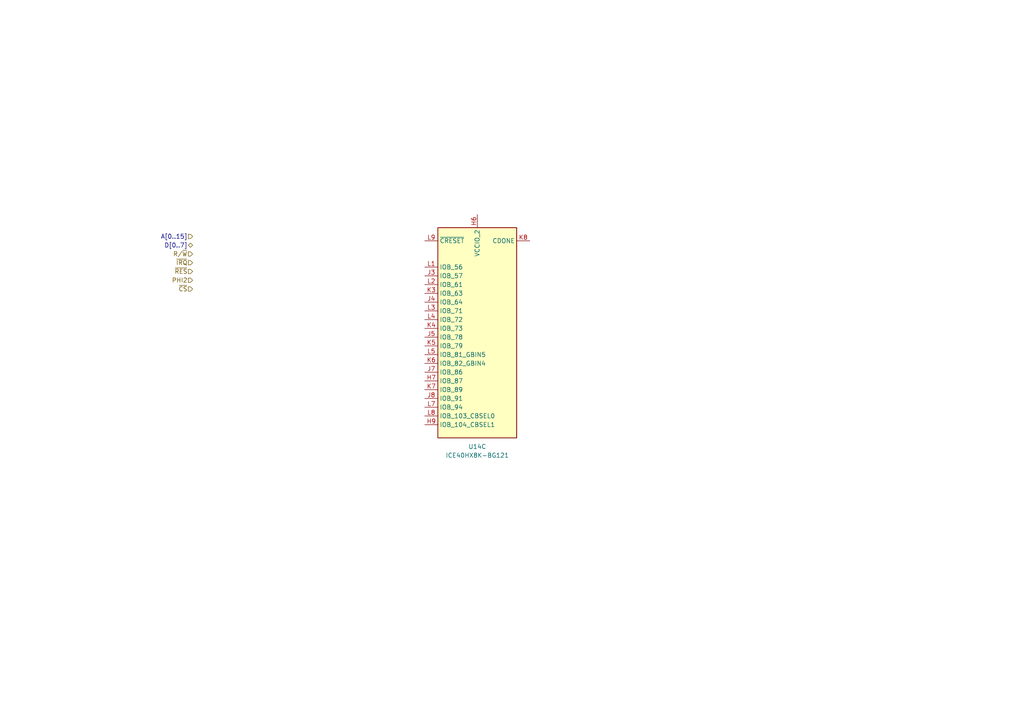
<source format=kicad_sch>
(kicad_sch (version 20230121) (generator eeschema)

  (uuid 5b2c6501-a7c0-4952-888d-7d1304cb8915)

  (paper "A4")

  (lib_symbols
    (symbol "FPGA_Lattice:ICE40HX8K-BG121" (in_bom yes) (on_board yes)
      (property "Reference" "U" (at 2.54 44.45 0)
        (effects (font (size 1.27 1.27)))
      )
      (property "Value" "ICE40HX8K-BG121" (at 10.16 41.91 0)
        (effects (font (size 1.27 1.27)))
      )
      (property "Footprint" "Package_BGA:BGA-121_9.0x9.0mm_Layout11x11_P0.8mm_Ball0.4mm_Pad0.35mm_NSMD" (at 0 -36.83 0)
        (effects (font (size 1.27 1.27)) hide)
      )
      (property "Datasheet" "http://www.latticesemi.com/Products/FPGAandCPLD/iCE40" (at -21.59 25.4 0)
        (effects (font (size 1.27 1.27)) hide)
      )
      (property "ki_locked" "" (at 0 0 0)
        (effects (font (size 1.27 1.27)))
      )
      (property "ki_keywords" "FPGA programmable logic" (at 0 0 0)
        (effects (font (size 1.27 1.27)) hide)
      )
      (property "ki_description" "iCE40 HX FPGA, 7680 LUTs, 1.2V, BGA-121" (at 0 0 0)
        (effects (font (size 1.27 1.27)) hide)
      )
      (property "ki_fp_filters" "BGA*9.0x9.0mm*Layout11x11*P0.8mm*Ball0.4mm*" (at 0 0 0)
        (effects (font (size 1.27 1.27)) hide)
      )
      (symbol "ICE40HX8K-BG121_1_1"
        (rectangle (start -8.89 31.75) (end 8.89 -38.1)
          (stroke (width 0.254) (type default))
          (fill (type background))
        )
        (pin bidirectional line (at -12.7 -35.56 0) (length 3.81)
          (name "IOT_225" (effects (font (size 1.27 1.27))))
          (number "A1" (effects (font (size 1.27 1.27))))
        )
        (pin bidirectional line (at -12.7 17.78 0) (length 3.81)
          (name "IOT_170" (effects (font (size 1.27 1.27))))
          (number "A10" (effects (font (size 1.27 1.27))))
        )
        (pin bidirectional line (at -12.7 20.32 0) (length 3.81)
          (name "IOT_168" (effects (font (size 1.27 1.27))))
          (number "A11" (effects (font (size 1.27 1.27))))
        )
        (pin bidirectional line (at -12.7 -30.48 0) (length 3.81)
          (name "IOT_222" (effects (font (size 1.27 1.27))))
          (number "A2" (effects (font (size 1.27 1.27))))
        )
        (pin bidirectional line (at -12.7 -33.02 0) (length 3.81)
          (name "IOT_223" (effects (font (size 1.27 1.27))))
          (number "A3" (effects (font (size 1.27 1.27))))
        )
        (pin bidirectional line (at -12.7 -20.32 0) (length 3.81)
          (name "IOT_211" (effects (font (size 1.27 1.27))))
          (number "A4" (effects (font (size 1.27 1.27))))
        )
        (pin bidirectional line (at -12.7 -15.24 0) (length 3.81)
          (name "IOT_207" (effects (font (size 1.27 1.27))))
          (number "A5" (effects (font (size 1.27 1.27))))
        )
        (pin bidirectional line (at -12.7 -12.7 0) (length 3.81)
          (name "IOT_206" (effects (font (size 1.27 1.27))))
          (number "A6" (effects (font (size 1.27 1.27))))
        )
        (pin bidirectional line (at -12.7 -5.08 0) (length 3.81)
          (name "IOT_192" (effects (font (size 1.27 1.27))))
          (number "A7" (effects (font (size 1.27 1.27))))
        )
        (pin bidirectional line (at -12.7 0 0) (length 3.81)
          (name "IOT_190" (effects (font (size 1.27 1.27))))
          (number "A8" (effects (font (size 1.27 1.27))))
        )
        (pin bidirectional line (at -12.7 7.62 0) (length 3.81)
          (name "IOT_178" (effects (font (size 1.27 1.27))))
          (number "A9" (effects (font (size 1.27 1.27))))
        )
        (pin bidirectional line (at -12.7 -27.94 0) (length 3.81)
          (name "IOT_221" (effects (font (size 1.27 1.27))))
          (number "B3" (effects (font (size 1.27 1.27))))
        )
        (pin bidirectional line (at -12.7 -25.4 0) (length 3.81)
          (name "IOT_219" (effects (font (size 1.27 1.27))))
          (number "B4" (effects (font (size 1.27 1.27))))
        )
        (pin bidirectional line (at -12.7 -17.78 0) (length 3.81)
          (name "IOT_208" (effects (font (size 1.27 1.27))))
          (number "B5" (effects (font (size 1.27 1.27))))
        )
        (pin bidirectional line (at -12.7 -10.16 0) (length 3.81)
          (name "IOT_198_GBIN0" (effects (font (size 1.27 1.27))))
          (number "B6" (effects (font (size 1.27 1.27))))
        )
        (pin bidirectional line (at -12.7 -7.62 0) (length 3.81)
          (name "IOT_197_GBIN1" (effects (font (size 1.27 1.27))))
          (number "B7" (effects (font (size 1.27 1.27))))
        )
        (pin bidirectional line (at -12.7 10.16 0) (length 3.81)
          (name "IOT_177" (effects (font (size 1.27 1.27))))
          (number "B8" (effects (font (size 1.27 1.27))))
        )
        (pin bidirectional line (at -12.7 12.7 0) (length 3.81)
          (name "IOT_174" (effects (font (size 1.27 1.27))))
          (number "B9" (effects (font (size 1.27 1.27))))
        )
        (pin bidirectional line (at -12.7 -2.54 0) (length 3.81)
          (name "IOT_191" (effects (font (size 1.27 1.27))))
          (number "C7" (effects (font (size 1.27 1.27))))
        )
        (pin bidirectional line (at -12.7 5.08 0) (length 3.81)
          (name "IOT_179" (effects (font (size 1.27 1.27))))
          (number "C8" (effects (font (size 1.27 1.27))))
        )
        (pin bidirectional line (at -12.7 15.24 0) (length 3.81)
          (name "IOT_172" (effects (font (size 1.27 1.27))))
          (number "C9" (effects (font (size 1.27 1.27))))
        )
        (pin bidirectional line (at -12.7 -22.86 0) (length 3.81)
          (name "IOT_212" (effects (font (size 1.27 1.27))))
          (number "D5" (effects (font (size 1.27 1.27))))
        )
        (pin power_in line (at 0 35.56 270) (length 3.81)
          (name "VCCIO_0" (effects (font (size 1.27 1.27))))
          (number "D6" (effects (font (size 1.27 1.27))))
        )
        (pin bidirectional line (at -12.7 2.54 0) (length 3.81)
          (name "IOT_181" (effects (font (size 1.27 1.27))))
          (number "D7" (effects (font (size 1.27 1.27))))
        )
      )
      (symbol "ICE40HX8K-BG121_2_1"
        (rectangle (start -8.89 31.75) (end 8.89 -33.02)
          (stroke (width 0.254) (type default))
          (fill (type background))
        )
        (pin bidirectional line (at -12.7 -30.48 0) (length 3.81)
          (name "IOR_161" (effects (font (size 1.27 1.27))))
          (number "B11" (effects (font (size 1.27 1.27))))
        )
        (pin bidirectional line (at -12.7 -27.94 0) (length 3.81)
          (name "IOR_160" (effects (font (size 1.27 1.27))))
          (number "C11" (effects (font (size 1.27 1.27))))
        )
        (pin bidirectional line (at -12.7 -25.4 0) (length 3.81)
          (name "IOR_154" (effects (font (size 1.27 1.27))))
          (number "D10" (effects (font (size 1.27 1.27))))
        )
        (pin bidirectional line (at -12.7 -22.86 0) (length 3.81)
          (name "IOR_152" (effects (font (size 1.27 1.27))))
          (number "D11" (effects (font (size 1.27 1.27))))
        )
        (pin bidirectional line (at -12.7 -17.78 0) (length 3.81)
          (name "IOR_147" (effects (font (size 1.27 1.27))))
          (number "D9" (effects (font (size 1.27 1.27))))
        )
        (pin bidirectional line (at -12.7 -10.16 0) (length 3.81)
          (name "IOR_141_GBIN2" (effects (font (size 1.27 1.27))))
          (number "E10" (effects (font (size 1.27 1.27))))
        )
        (pin bidirectional line (at -12.7 -20.32 0) (length 3.81)
          (name "IOR_148" (effects (font (size 1.27 1.27))))
          (number "E11" (effects (font (size 1.27 1.27))))
        )
        (pin bidirectional line (at -12.7 -15.24 0) (length 3.81)
          (name "IOR_146" (effects (font (size 1.27 1.27))))
          (number "E8" (effects (font (size 1.27 1.27))))
        )
        (pin bidirectional line (at -12.7 -12.7 0) (length 3.81)
          (name "IOR_144" (effects (font (size 1.27 1.27))))
          (number "E9" (effects (font (size 1.27 1.27))))
        )
        (pin bidirectional line (at -12.7 -2.54 0) (length 3.81)
          (name "IOR_136" (effects (font (size 1.27 1.27))))
          (number "F10" (effects (font (size 1.27 1.27))))
        )
        (pin bidirectional line (at -12.7 -7.62 0) (length 3.81)
          (name "IOR_140_GBIN3" (effects (font (size 1.27 1.27))))
          (number "F11" (effects (font (size 1.27 1.27))))
        )
        (pin power_in line (at 0 35.56 270) (length 3.81)
          (name "VCCIO_1" (effects (font (size 1.27 1.27))))
          (number "F8" (effects (font (size 1.27 1.27))))
        )
        (pin bidirectional line (at -12.7 -5.08 0) (length 3.81)
          (name "IOR_137" (effects (font (size 1.27 1.27))))
          (number "F9" (effects (font (size 1.27 1.27))))
        )
        (pin bidirectional line (at -12.7 5.08 0) (length 3.81)
          (name "IOR_120" (effects (font (size 1.27 1.27))))
          (number "G10" (effects (font (size 1.27 1.27))))
        )
        (pin bidirectional line (at -12.7 0 0) (length 3.81)
          (name "IOR_129" (effects (font (size 1.27 1.27))))
          (number "G11" (effects (font (size 1.27 1.27))))
        )
        (pin bidirectional line (at -12.7 10.16 0) (length 3.81)
          (name "IOR_118" (effects (font (size 1.27 1.27))))
          (number "G8" (effects (font (size 1.27 1.27))))
        )
        (pin bidirectional line (at -12.7 2.54 0) (length 3.81)
          (name "IOR_128" (effects (font (size 1.27 1.27))))
          (number "G9" (effects (font (size 1.27 1.27))))
        )
        (pin bidirectional line (at -12.7 15.24 0) (length 3.81)
          (name "IOR_116" (effects (font (size 1.27 1.27))))
          (number "H10" (effects (font (size 1.27 1.27))))
        )
        (pin bidirectional line (at -12.7 7.62 0) (length 3.81)
          (name "IOR_119" (effects (font (size 1.27 1.27))))
          (number "H11" (effects (font (size 1.27 1.27))))
        )
        (pin bidirectional line (at -12.7 12.7 0) (length 3.81)
          (name "IOR_117" (effects (font (size 1.27 1.27))))
          (number "J10" (effects (font (size 1.27 1.27))))
        )
        (pin bidirectional line (at -12.7 20.32 0) (length 3.81)
          (name "IOR_114" (effects (font (size 1.27 1.27))))
          (number "J11" (effects (font (size 1.27 1.27))))
        )
        (pin bidirectional line (at -12.7 17.78 0) (length 3.81)
          (name "IOR_115" (effects (font (size 1.27 1.27))))
          (number "K11" (effects (font (size 1.27 1.27))))
        )
      )
      (symbol "ICE40HX8K-BG121_3_1"
        (rectangle (start -11.43 29.21) (end 11.43 -31.75)
          (stroke (width 0.254) (type default))
          (fill (type background))
        )
        (pin power_in line (at 0 33.02 270) (length 3.81)
          (name "VCCIO_2" (effects (font (size 1.27 1.27))))
          (number "H6" (effects (font (size 1.27 1.27))))
        )
        (pin bidirectional line (at -15.24 -15.24 0) (length 3.81)
          (name "IOB_87" (effects (font (size 1.27 1.27))))
          (number "H7" (effects (font (size 1.27 1.27))))
        )
        (pin bidirectional line (at -15.24 -27.94 0) (length 3.81)
          (name "IOB_104_CBSEL1" (effects (font (size 1.27 1.27))))
          (number "H9" (effects (font (size 1.27 1.27))))
        )
        (pin bidirectional line (at -15.24 15.24 0) (length 3.81)
          (name "IOB_57" (effects (font (size 1.27 1.27))))
          (number "J3" (effects (font (size 1.27 1.27))))
        )
        (pin bidirectional line (at -15.24 7.62 0) (length 3.81)
          (name "IOB_64" (effects (font (size 1.27 1.27))))
          (number "J4" (effects (font (size 1.27 1.27))))
        )
        (pin bidirectional line (at -15.24 -2.54 0) (length 3.81)
          (name "IOB_78" (effects (font (size 1.27 1.27))))
          (number "J5" (effects (font (size 1.27 1.27))))
        )
        (pin bidirectional line (at -15.24 -12.7 0) (length 3.81)
          (name "IOB_86" (effects (font (size 1.27 1.27))))
          (number "J7" (effects (font (size 1.27 1.27))))
        )
        (pin bidirectional line (at -15.24 -20.32 0) (length 3.81)
          (name "IOB_91" (effects (font (size 1.27 1.27))))
          (number "J8" (effects (font (size 1.27 1.27))))
        )
        (pin bidirectional line (at -15.24 10.16 0) (length 3.81)
          (name "IOB_63" (effects (font (size 1.27 1.27))))
          (number "K3" (effects (font (size 1.27 1.27))))
        )
        (pin bidirectional line (at -15.24 0 0) (length 3.81)
          (name "IOB_73" (effects (font (size 1.27 1.27))))
          (number "K4" (effects (font (size 1.27 1.27))))
        )
        (pin bidirectional line (at -15.24 -5.08 0) (length 3.81)
          (name "IOB_79" (effects (font (size 1.27 1.27))))
          (number "K5" (effects (font (size 1.27 1.27))))
        )
        (pin bidirectional line (at -15.24 -10.16 0) (length 3.81)
          (name "IOB_82_GBIN4" (effects (font (size 1.27 1.27))))
          (number "K6" (effects (font (size 1.27 1.27))))
        )
        (pin bidirectional line (at -15.24 -17.78 0) (length 3.81)
          (name "IOB_89" (effects (font (size 1.27 1.27))))
          (number "K7" (effects (font (size 1.27 1.27))))
        )
        (pin open_collector line (at 15.24 25.4 180) (length 3.81)
          (name "CDONE" (effects (font (size 1.27 1.27))))
          (number "K8" (effects (font (size 1.27 1.27))))
        )
        (pin bidirectional line (at -15.24 17.78 0) (length 3.81)
          (name "IOB_56" (effects (font (size 1.27 1.27))))
          (number "L1" (effects (font (size 1.27 1.27))))
        )
        (pin bidirectional line (at -15.24 12.7 0) (length 3.81)
          (name "IOB_61" (effects (font (size 1.27 1.27))))
          (number "L2" (effects (font (size 1.27 1.27))))
        )
        (pin bidirectional line (at -15.24 5.08 0) (length 3.81)
          (name "IOB_71" (effects (font (size 1.27 1.27))))
          (number "L3" (effects (font (size 1.27 1.27))))
        )
        (pin bidirectional line (at -15.24 2.54 0) (length 3.81)
          (name "IOB_72" (effects (font (size 1.27 1.27))))
          (number "L4" (effects (font (size 1.27 1.27))))
        )
        (pin bidirectional line (at -15.24 -7.62 0) (length 3.81)
          (name "IOB_81_GBIN5" (effects (font (size 1.27 1.27))))
          (number "L5" (effects (font (size 1.27 1.27))))
        )
        (pin bidirectional line (at -15.24 -22.86 0) (length 3.81)
          (name "IOB_94" (effects (font (size 1.27 1.27))))
          (number "L7" (effects (font (size 1.27 1.27))))
        )
        (pin bidirectional line (at -15.24 -25.4 0) (length 3.81)
          (name "IOB_103_CBSEL0" (effects (font (size 1.27 1.27))))
          (number "L8" (effects (font (size 1.27 1.27))))
        )
        (pin input line (at -15.24 25.4 0) (length 3.81)
          (name "~{CRESET}" (effects (font (size 1.27 1.27))))
          (number "L9" (effects (font (size 1.27 1.27))))
        )
      )
      (symbol "ICE40HX8K-BG121_4_1"
        (rectangle (start -8.89 39.37) (end 8.89 -39.37)
          (stroke (width 0.254) (type default))
          (fill (type background))
        )
        (pin bidirectional line (at -12.7 27.94 0) (length 3.81)
          (name "IOL_2A" (effects (font (size 1.27 1.27))))
          (number "B1" (effects (font (size 1.27 1.27))))
        )
        (pin bidirectional line (at -12.7 25.4 0) (length 3.81)
          (name "IOL_2B" (effects (font (size 1.27 1.27))))
          (number "B2" (effects (font (size 1.27 1.27))))
        )
        (pin bidirectional line (at -12.7 15.24 0) (length 3.81)
          (name "IOL_5B" (effects (font (size 1.27 1.27))))
          (number "C1" (effects (font (size 1.27 1.27))))
        )
        (pin bidirectional line (at -12.7 17.78 0) (length 3.81)
          (name "IOL_5A" (effects (font (size 1.27 1.27))))
          (number "C2" (effects (font (size 1.27 1.27))))
        )
        (pin bidirectional line (at -12.7 20.32 0) (length 3.81)
          (name "IOL_4B" (effects (font (size 1.27 1.27))))
          (number "C3" (effects (font (size 1.27 1.27))))
        )
        (pin bidirectional line (at -12.7 22.86 0) (length 3.81)
          (name "IOL_4A" (effects (font (size 1.27 1.27))))
          (number "C4" (effects (font (size 1.27 1.27))))
        )
        (pin bidirectional line (at -12.7 10.16 0) (length 3.81)
          (name "IOL_8B" (effects (font (size 1.27 1.27))))
          (number "D1" (effects (font (size 1.27 1.27))))
        )
        (pin bidirectional line (at -12.7 7.62 0) (length 3.81)
          (name "IOL_9A" (effects (font (size 1.27 1.27))))
          (number "D2" (effects (font (size 1.27 1.27))))
        )
        (pin bidirectional line (at -12.7 5.08 0) (length 3.81)
          (name "IOL_9B" (effects (font (size 1.27 1.27))))
          (number "D3" (effects (font (size 1.27 1.27))))
        )
        (pin bidirectional line (at -12.7 12.7 0) (length 3.81)
          (name "IOL_8A" (effects (font (size 1.27 1.27))))
          (number "E1" (effects (font (size 1.27 1.27))))
        )
        (pin bidirectional line (at -12.7 2.54 0) (length 3.81)
          (name "IOL_10A" (effects (font (size 1.27 1.27))))
          (number "E2" (effects (font (size 1.27 1.27))))
        )
        (pin bidirectional line (at -12.7 0 0) (length 3.81)
          (name "IOL_10B" (effects (font (size 1.27 1.27))))
          (number "E3" (effects (font (size 1.27 1.27))))
        )
        (pin power_in line (at 0 43.18 270) (length 3.81)
          (name "VCCIO_3" (effects (font (size 1.27 1.27))))
          (number "E4" (effects (font (size 1.27 1.27))))
        )
        (pin bidirectional line (at -12.7 -2.54 0) (length 3.81)
          (name "IOL_12A" (effects (font (size 1.27 1.27))))
          (number "F1" (effects (font (size 1.27 1.27))))
        )
        (pin bidirectional line (at -12.7 -5.08 0) (length 3.81)
          (name "IOL_12B" (effects (font (size 1.27 1.27))))
          (number "F2" (effects (font (size 1.27 1.27))))
        )
        (pin bidirectional line (at -12.7 -10.16 0) (length 3.81)
          (name "IOL_13B_GBIN7" (effects (font (size 1.27 1.27))))
          (number "F3" (effects (font (size 1.27 1.27))))
        )
        (pin bidirectional line (at -12.7 -7.62 0) (length 3.81)
          (name "IOL_13A" (effects (font (size 1.27 1.27))))
          (number "F4" (effects (font (size 1.27 1.27))))
        )
        (pin bidirectional line (at -12.7 -12.7 0) (length 3.81)
          (name "IOL_14A_GBIN6" (effects (font (size 1.27 1.27))))
          (number "G1" (effects (font (size 1.27 1.27))))
        )
        (pin bidirectional line (at -12.7 -15.24 0) (length 3.81)
          (name "IOL_14B" (effects (font (size 1.27 1.27))))
          (number "G2" (effects (font (size 1.27 1.27))))
        )
        (pin bidirectional line (at -12.7 -17.78 0) (length 3.81)
          (name "IOL_17A" (effects (font (size 1.27 1.27))))
          (number "G3" (effects (font (size 1.27 1.27))))
        )
        (pin passive line (at 0 43.18 270) (length 3.81) hide
          (name "VCCIO_3" (effects (font (size 1.27 1.27))))
          (number "G4" (effects (font (size 1.27 1.27))))
        )
        (pin bidirectional line (at -12.7 -22.86 0) (length 3.81)
          (name "IOL_18A" (effects (font (size 1.27 1.27))))
          (number "H1" (effects (font (size 1.27 1.27))))
        )
        (pin bidirectional line (at -12.7 -25.4 0) (length 3.81)
          (name "IOL_18B" (effects (font (size 1.27 1.27))))
          (number "H2" (effects (font (size 1.27 1.27))))
        )
        (pin bidirectional line (at -12.7 -20.32 0) (length 3.81)
          (name "IOL_17B" (effects (font (size 1.27 1.27))))
          (number "H3" (effects (font (size 1.27 1.27))))
        )
        (pin bidirectional line (at -12.7 -27.94 0) (length 3.81)
          (name "IOL_23A" (effects (font (size 1.27 1.27))))
          (number "J1" (effects (font (size 1.27 1.27))))
        )
        (pin bidirectional line (at -12.7 -35.56 0) (length 3.81)
          (name "IOL_25B" (effects (font (size 1.27 1.27))))
          (number "J2" (effects (font (size 1.27 1.27))))
        )
        (pin bidirectional line (at -12.7 -30.48 0) (length 3.81)
          (name "IOL_23B" (effects (font (size 1.27 1.27))))
          (number "K1" (effects (font (size 1.27 1.27))))
        )
        (pin bidirectional line (at -12.7 -33.02 0) (length 3.81)
          (name "IOL_25A" (effects (font (size 1.27 1.27))))
          (number "K2" (effects (font (size 1.27 1.27))))
        )
      )
      (symbol "ICE40HX8K-BG121_5_1"
        (rectangle (start -11.43 13.97) (end 11.43 -13.97)
          (stroke (width 0.254) (type default))
          (fill (type background))
        )
        (pin power_in line (at -2.54 17.78 270) (length 3.81)
          (name "VPP_FAST" (effects (font (size 1.27 1.27))))
          (number "B10" (effects (font (size 1.27 1.27))))
        )
        (pin power_in line (at 0 17.78 270) (length 3.81)
          (name "VPP_2V5" (effects (font (size 1.27 1.27))))
          (number "C10" (effects (font (size 1.27 1.27))))
        )
        (pin power_in line (at 15.24 -10.16 180) (length 3.81)
          (name "GNDPLL1" (effects (font (size 1.27 1.27))))
          (number "C5" (effects (font (size 1.27 1.27))))
        )
        (pin power_in line (at 15.24 -2.54 180) (length 3.81)
          (name "VCCPLL1" (effects (font (size 1.27 1.27))))
          (number "C6" (effects (font (size 1.27 1.27))))
        )
        (pin passive line (at 2.54 17.78 270) (length 3.81) hide
          (name "VCC" (effects (font (size 1.27 1.27))))
          (number "D4" (effects (font (size 1.27 1.27))))
        )
        (pin power_in line (at 2.54 17.78 270) (length 3.81)
          (name "VCC" (effects (font (size 1.27 1.27))))
          (number "D8" (effects (font (size 1.27 1.27))))
        )
        (pin power_in line (at -7.62 -17.78 90) (length 3.81)
          (name "GND" (effects (font (size 1.27 1.27))))
          (number "E5" (effects (font (size 1.27 1.27))))
        )
        (pin passive line (at -7.62 -17.78 90) (length 3.81) hide
          (name "GND" (effects (font (size 1.27 1.27))))
          (number "E6" (effects (font (size 1.27 1.27))))
        )
        (pin passive line (at -7.62 -17.78 90) (length 3.81) hide
          (name "GND" (effects (font (size 1.27 1.27))))
          (number "E7" (effects (font (size 1.27 1.27))))
        )
        (pin passive line (at -7.62 -17.78 90) (length 3.81) hide
          (name "GND" (effects (font (size 1.27 1.27))))
          (number "F5" (effects (font (size 1.27 1.27))))
        )
        (pin passive line (at -7.62 -17.78 90) (length 3.81) hide
          (name "GND" (effects (font (size 1.27 1.27))))
          (number "F6" (effects (font (size 1.27 1.27))))
        )
        (pin passive line (at -7.62 -17.78 90) (length 3.81) hide
          (name "GND" (effects (font (size 1.27 1.27))))
          (number "F7" (effects (font (size 1.27 1.27))))
        )
        (pin passive line (at -7.62 -17.78 90) (length 3.81) hide
          (name "GND" (effects (font (size 1.27 1.27))))
          (number "G5" (effects (font (size 1.27 1.27))))
        )
        (pin passive line (at -7.62 -17.78 90) (length 3.81) hide
          (name "GND" (effects (font (size 1.27 1.27))))
          (number "G6" (effects (font (size 1.27 1.27))))
        )
        (pin passive line (at -7.62 -17.78 90) (length 3.81) hide
          (name "GND" (effects (font (size 1.27 1.27))))
          (number "G7" (effects (font (size 1.27 1.27))))
        )
        (pin passive line (at 2.54 17.78 270) (length 3.81) hide
          (name "VCC" (effects (font (size 1.27 1.27))))
          (number "H4" (effects (font (size 1.27 1.27))))
        )
        (pin passive line (at -7.62 -17.78 90) (length 3.81) hide
          (name "GND" (effects (font (size 1.27 1.27))))
          (number "H5" (effects (font (size 1.27 1.27))))
        )
        (pin passive line (at 2.54 17.78 270) (length 3.81) hide
          (name "VCC" (effects (font (size 1.27 1.27))))
          (number "H8" (effects (font (size 1.27 1.27))))
        )
        (pin power_in line (at 15.24 7.62 180) (length 3.81)
          (name "VCCPLL0" (effects (font (size 1.27 1.27))))
          (number "J6" (effects (font (size 1.27 1.27))))
        )
        (pin bidirectional line (at -15.24 0 0) (length 3.81)
          (name "IOB_106_SDI" (effects (font (size 1.27 1.27))))
          (number "J9" (effects (font (size 1.27 1.27))))
        )
        (pin bidirectional line (at -15.24 -5.08 0) (length 3.81)
          (name "IOB_108_SS" (effects (font (size 1.27 1.27))))
          (number "K10" (effects (font (size 1.27 1.27))))
        )
        (pin bidirectional line (at -15.24 2.54 0) (length 3.81)
          (name "IOB_105_SDO" (effects (font (size 1.27 1.27))))
          (number "K9" (effects (font (size 1.27 1.27))))
        )
        (pin bidirectional line (at -15.24 -2.54 0) (length 3.81)
          (name "IOB_107_SCK" (effects (font (size 1.27 1.27))))
          (number "L10" (effects (font (size 1.27 1.27))))
        )
        (pin power_in line (at -7.62 17.78 270) (length 3.81)
          (name "VCC_SPI" (effects (font (size 1.27 1.27))))
          (number "L11" (effects (font (size 1.27 1.27))))
        )
        (pin power_in line (at 15.24 0 180) (length 3.81)
          (name "GNDPLL0" (effects (font (size 1.27 1.27))))
          (number "L6" (effects (font (size 1.27 1.27))))
        )
      )
    )
  )


  (hierarchical_label "D[0..7]" (shape bidirectional) (at 55.88 71.12 180) (fields_autoplaced)
    (effects (font (size 1.27 1.27)) (justify right))
    (uuid 4ccdd1ca-7cbf-422a-b337-c6293be13730)
  )
  (hierarchical_label "~{RES}" (shape input) (at 55.88 78.74 180) (fields_autoplaced)
    (effects (font (size 1.27 1.27)) (justify right))
    (uuid 920d3798-12fa-4dae-8459-96ae527fe4b7)
  )
  (hierarchical_label "R{slash}~{W}" (shape input) (at 55.88 73.66 180) (fields_autoplaced)
    (effects (font (size 1.27 1.27)) (justify right))
    (uuid be442bd6-24f8-42da-8557-611997716a3d)
  )
  (hierarchical_label "~{IRQ}" (shape input) (at 55.88 76.2 180) (fields_autoplaced)
    (effects (font (size 1.27 1.27)) (justify right))
    (uuid cbb81474-f1f6-464f-be3b-2f7a4ecdd3ba)
  )
  (hierarchical_label "A[0..15]" (shape input) (at 55.88 68.58 180) (fields_autoplaced)
    (effects (font (size 1.27 1.27)) (justify right))
    (uuid d75ed985-6e23-4636-a45a-2bd4cc58cdb7)
  )
  (hierarchical_label "PHI2" (shape input) (at 55.88 81.28 180) (fields_autoplaced)
    (effects (font (size 1.27 1.27)) (justify right))
    (uuid e3c1c70b-5120-41af-894b-fe2755df41dc)
  )
  (hierarchical_label "~{CS}" (shape input) (at 55.88 83.82 180) (fields_autoplaced)
    (effects (font (size 1.27 1.27)) (justify right))
    (uuid ee74597e-4fcc-471a-bcfb-4c93194dee4f)
  )

  (symbol (lib_id "FPGA_Lattice:ICE40HX8K-BG121") (at 138.43 95.25 0) (unit 3)
    (in_bom yes) (on_board yes) (dnp no) (fields_autoplaced)
    (uuid aafac19e-da05-4f16-b99a-0fb5cf390af4)
    (property "Reference" "U14" (at 138.43 129.54 0)
      (effects (font (size 1.27 1.27)))
    )
    (property "Value" "ICE40HX8K-BG121" (at 138.43 132.08 0)
      (effects (font (size 1.27 1.27)))
    )
    (property "Footprint" "Package_BGA:BGA-121_9.0x9.0mm_Layout11x11_P0.8mm_Ball0.4mm_Pad0.35mm_NSMD" (at 138.43 132.08 0)
      (effects (font (size 1.27 1.27)) hide)
    )
    (property "Datasheet" "http://www.latticesemi.com/Products/FPGAandCPLD/iCE40" (at 116.84 69.85 0)
      (effects (font (size 1.27 1.27)) hide)
    )
    (pin "G9" (uuid f8841a50-360a-4c6c-a923-bb75b1e8dc0b))
    (pin "L3" (uuid 393c67e8-8998-4b47-a092-07644eb00763))
    (pin "L4" (uuid 48a49458-9ada-4a29-90e9-551c1a8fb887))
    (pin "A6" (uuid 5f137707-291e-4e94-99ff-fc217aa0abba))
    (pin "B3" (uuid 00285d0f-02d8-4582-a388-31a1459eff62))
    (pin "C9" (uuid f6cc5180-8500-4c01-8f32-cd83f0ae9f99))
    (pin "A11" (uuid 3a6ad25f-5b0f-40f0-8d6f-df4997e6e487))
    (pin "A8" (uuid 27585478-c917-4794-bb55-8d43b3b620fc))
    (pin "D11" (uuid c988ed88-0068-49af-ab11-156b57c5b5a2))
    (pin "A9" (uuid e10615ec-e774-4b19-89a2-859ce1261ab3))
    (pin "E11" (uuid 1a73b3bb-da61-4f9f-8c9e-1c7724e7a010))
    (pin "E9" (uuid 348906d3-62ef-4144-8ce2-9be98e3d485f))
    (pin "F10" (uuid e9d62568-ef8b-4f62-9620-fbfb8425d160))
    (pin "B8" (uuid 30e9da11-a23c-40dc-b4bc-5d99624423d1))
    (pin "B6" (uuid 0a098473-5f33-46c6-926f-891b2c42b345))
    (pin "G11" (uuid b2547c75-3efd-496e-9e5c-dae668aaa058))
    (pin "B9" (uuid e751a5c8-45bc-4045-b3ce-a1a62f092f92))
    (pin "J11" (uuid b9a68a35-0f11-4343-9f39-d9e554e3befe))
    (pin "K11" (uuid 40b38458-b01f-4396-b3c4-335be8c5c615))
    (pin "A3" (uuid e6b6aceb-85a5-4fdb-a3e9-d243f5ee8d20))
    (pin "D5" (uuid 7eccd745-fc74-4166-b07c-4c6009ba5802))
    (pin "H9" (uuid b9a1320e-9634-4762-bce6-b1c8d4b233c7))
    (pin "C8" (uuid 63fdd033-f2e7-44ee-99f2-294bf6852f76))
    (pin "B7" (uuid 8fa9d97a-5f55-4c98-a4fd-78c0e79676b6))
    (pin "J7" (uuid f4afefc1-8d31-4f45-8692-7465e90d992e))
    (pin "J8" (uuid 4417a300-429e-4321-a8ee-4641d2106401))
    (pin "A10" (uuid 544e2569-b1f6-4a14-8965-f5417c3258a3))
    (pin "C11" (uuid 51dc234f-dbc4-4c9f-9ea9-f73ef6afb39e))
    (pin "D9" (uuid ced18ee6-7e1d-4002-a58c-4682562011e4))
    (pin "B11" (uuid 567b396e-bea4-425d-8441-59e420c6c859))
    (pin "A1" (uuid c486e4fc-9222-4f36-b351-e7fc204b17a3))
    (pin "A4" (uuid 74e4b802-01f7-4475-8f36-690ac2a2f1be))
    (pin "G8" (uuid d51b0192-5e4e-426b-8f38-95b77e3387b5))
    (pin "D10" (uuid 573b5e35-13ed-4b80-9253-0209e52f9df8))
    (pin "J3" (uuid 50a04c1b-a718-44f0-a3f2-9d198b1c3d1d))
    (pin "B5" (uuid ff5d98a7-45f9-4445-b4cc-16984b125db0))
    (pin "J10" (uuid 09ec99dc-ea10-44a8-98e5-0f71418bdc9f))
    (pin "K3" (uuid cba1ae84-d55b-4142-b1b9-22c9c0a51b07))
    (pin "J5" (uuid a44b73ad-06cc-405d-bc3f-31eed38498a3))
    (pin "K4" (uuid b0266c9e-4918-4e13-b60f-9fd294d13fa1))
    (pin "K5" (uuid 5ce5d7fa-2d35-4a92-a39a-cf0083a86ae9))
    (pin "D7" (uuid 6c4bc89d-804d-4ead-959b-3ca57437ac18))
    (pin "D6" (uuid 5e5a0b85-d892-4e44-b9e7-89d5f023db5e))
    (pin "A5" (uuid a2259235-4dac-41e7-9614-3e9ab56b33b2))
    (pin "F8" (uuid 4320e164-1b89-4d8c-ba0e-d7545f5ae5d1))
    (pin "J4" (uuid 1d77977f-f053-4ffe-a010-e71d851f2524))
    (pin "E10" (uuid a68df8c4-0063-4b4c-a5fc-f2334e3e2496))
    (pin "F9" (uuid 086259e4-577b-418a-8e90-0f296e1adcd5))
    (pin "K6" (uuid d193f0d2-3753-4b18-8929-114c7987a404))
    (pin "K7" (uuid 1f392019-2ca3-480e-83c6-416566775dc0))
    (pin "F11" (uuid 901f921a-e41e-45e2-9963-51a7eb21556d))
    (pin "H10" (uuid e2b6d485-2b96-4b33-b67e-d3b0ac6bbf98))
    (pin "H11" (uuid 195812fb-9fa0-4dcf-a0fb-0e75852612b0))
    (pin "C7" (uuid c2824f16-28db-4129-a84e-8c56ea132f9e))
    (pin "E8" (uuid c29eaa7b-61fd-4a16-b515-90c0e606b2d1))
    (pin "H7" (uuid ba57292f-024e-431d-beab-a29508778b30))
    (pin "K8" (uuid b96396a6-91fd-4f0b-93e4-cc13ee9d706f))
    (pin "A2" (uuid d9913547-3deb-48fe-96c1-2e5cef8e2308))
    (pin "B4" (uuid 2c9ee360-6f7c-40e4-9c01-269600ec9078))
    (pin "G10" (uuid 44119ee8-01f8-486f-a649-e7b11af7a942))
    (pin "H6" (uuid a32019b9-86d1-46d2-8899-1efa515029d1))
    (pin "L1" (uuid 4376e59a-191c-45b5-896a-8d202b176fb7))
    (pin "L2" (uuid 2d4c9398-0b35-48ef-acfa-31a19e79ee65))
    (pin "A7" (uuid f99264b4-1d80-417d-bed7-18e9508eb87c))
    (pin "F1" (uuid d5044b11-a98a-472e-8824-d9ecd0021176))
    (pin "G2" (uuid 713f23f5-fb52-4bba-a5e2-f279fbbf592b))
    (pin "E7" (uuid 1b3259dc-b66f-4c6c-a263-4ec528c9260a))
    (pin "L11" (uuid ab897255-1700-43fb-a549-310f950c4dd3))
    (pin "L5" (uuid fbeed608-ad3b-460c-8066-dababb632d7e))
    (pin "E3" (uuid 2433470d-c657-4560-8871-c6e811864ff6))
    (pin "G3" (uuid 91f6d18c-1772-4103-9989-c0951fc72511))
    (pin "F5" (uuid 609fe70f-f83e-4b03-ae72-1ce7ca73511c))
    (pin "G7" (uuid aac569f1-e139-4189-b68a-b0afb5938d5e))
    (pin "H5" (uuid 34642b70-1631-4f5f-b877-b65f99647b5b))
    (pin "D2" (uuid 8d3f117d-15b6-4dfd-b8fd-847849ac1391))
    (pin "J2" (uuid 9c4fab57-7e91-4293-a706-d7c64c494846))
    (pin "G5" (uuid 55d6a561-d66e-45ff-b7a0-815c77c135c6))
    (pin "B1" (uuid 6bdbc1eb-d7b9-4a34-8a0d-63daaf92062a))
    (pin "K10" (uuid 2cd5657c-d3e4-4b5c-9753-815a29645d0d))
    (pin "L8" (uuid ab07251e-95ca-4376-9dcf-b8d264a005d2))
    (pin "F2" (uuid a9f326a2-758d-45ae-a6ae-f7c6f036ce8c))
    (pin "C1" (uuid 941eedfe-f1d7-4182-bf1c-899686c113a0))
    (pin "E2" (uuid 554d0456-068b-4013-9606-dc0355997879))
    (pin "C2" (uuid c29f5b52-6f00-4a78-9566-664d9ec19b71))
    (pin "F3" (uuid e2aeab66-e492-46c0-907f-2c988b36edfb))
    (pin "K1" (uuid f271f686-7091-4cb4-9f3d-57c0796a1fe4))
    (pin "C5" (uuid d99d637f-899b-44d2-a27d-ea7a414e080b))
    (pin "E4" (uuid b0b38426-a43d-4c33-a143-2a36827b294e))
    (pin "L7" (uuid 9b0738aa-7a87-474b-bd9e-6073f1fd51e7))
    (pin "B2" (uuid eff12a79-8eb2-490b-873b-c51e62691993))
    (pin "C6" (uuid 4d47c321-e968-4ef5-b7f2-8d11077ee397))
    (pin "D3" (uuid 54fd0b15-1ca4-4a6b-8d2f-e4b7a3ffad0f))
    (pin "D4" (uuid a2b55d28-536b-4cd5-8616-b0d778d1e3a9))
    (pin "F7" (uuid f028d5a2-4cf3-4e25-80a5-499b64d755e9))
    (pin "H4" (uuid e5e475f1-bac7-4f5c-9c6a-2f068649ad0b))
    (pin "E6" (uuid 797a77c6-3bbb-4fbd-8737-eb2cac535fdf))
    (pin "H2" (uuid 10da53c3-5075-4c2d-b6c4-551620ff1375))
    (pin "G1" (uuid 8f0bf0b5-468c-40b2-a6ef-5ae600d14687))
    (pin "K2" (uuid f9bbf546-1ab6-455a-b60a-7500742c9c0b))
    (pin "G6" (uuid 7786e477-bf22-4fdd-ba92-b50951adf2bd))
    (pin "J9" (uuid 06b46b32-8c13-4c08-9de3-91039e80324c))
    (pin "E1" (uuid 7ff809ab-c838-4019-b21e-6ef4eb709869))
    (pin "L9" (uuid 12d0173b-8aef-4f7d-b786-8c0c8497bb64))
    (pin "C4" (uuid 2d420f31-e091-4fc0-8d94-1768cb5fab54))
    (pin "F4" (uuid 53cb720f-76b3-40bc-b41f-3e18a84e4e91))
    (pin "H3" (uuid b41c6f96-87be-4b96-b537-d9e495d40d32))
    (pin "J1" (uuid f462f19e-a2ae-4e26-8aca-909ed80afdb4))
    (pin "K9" (uuid cc226e77-0965-4674-b66d-123d909a2e11))
    (pin "B10" (uuid 1ad6d7bf-44d6-46a3-95dd-c6f49b6c87fa))
    (pin "H8" (uuid a891f6c4-4f33-4f6d-9e45-4a9e3c775d94))
    (pin "L10" (uuid 101dd758-a35d-477b-a8d3-b077240f3c0e))
    (pin "C3" (uuid 3c231b4c-077a-4424-826a-6f10f6ff2f6a))
    (pin "J6" (uuid e501b992-2871-4bab-81fc-6489917f7528))
    (pin "L6" (uuid 87656609-4f72-42ee-b4f6-4afc58cf859d))
    (pin "C10" (uuid f068f866-d603-4ccb-924e-993206df0db5))
    (pin "H1" (uuid 5d732c47-e9b2-4738-89c7-0eb573d0fc16))
    (pin "D8" (uuid a534db05-696a-49b2-9310-68ac194f7f70))
    (pin "E5" (uuid 5fcee246-7bed-41ea-aba7-311240c11a0b))
    (pin "G4" (uuid a84cf8d3-65bc-40ad-abde-51ab2b4a87a3))
    (pin "F6" (uuid e939ad3e-e7b6-418d-9e7e-4ccc4a49ed5a))
    (pin "D1" (uuid 85636f4d-49e1-4e5c-b12e-ee5b925ef431))
    (instances
      (project "6502"
        (path "/f620b693-400b-4f41-8158-c432d38526da/2632ff45-b651-4a6b-9550-36357ffad174/d90609dc-bf34-4d18-8060-2fd790ad90e5"
          (reference "U14") (unit 3)
        )
      )
    )
  )
)

</source>
